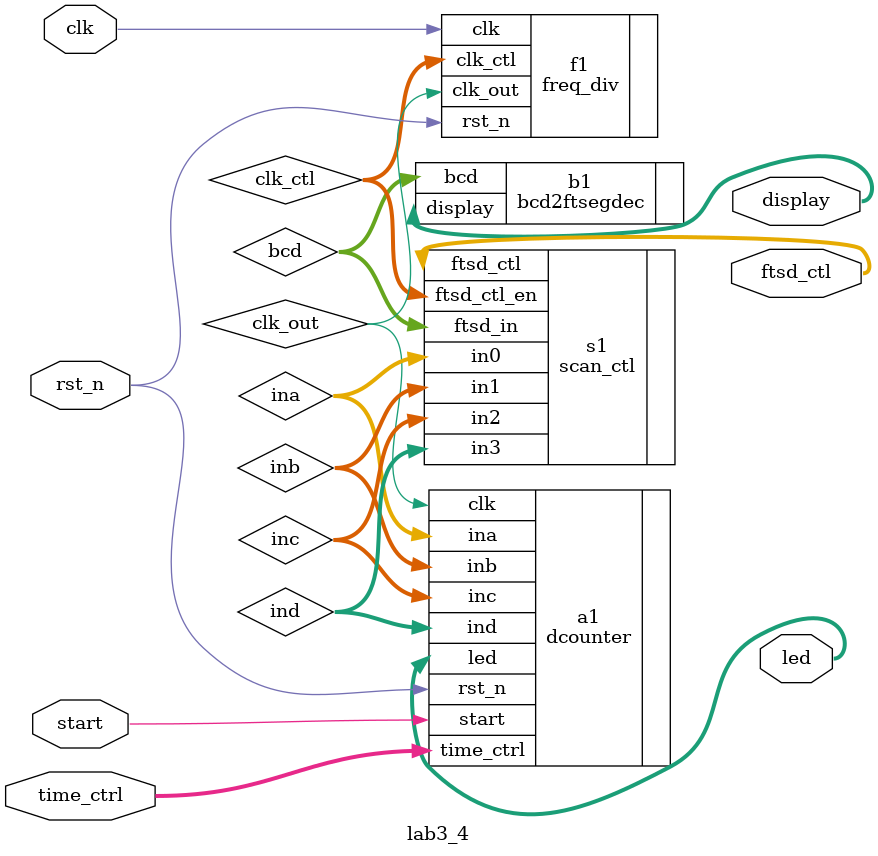
<source format=v>
`timescale 1ns / 1ps
module lab3_4(
	input clk,
	input rst_n,start,
	input [1:0]time_ctrl,
	output [3:0] ftsd_ctl,
	output [14:0] display,
	output [15:0]led
    );
	 
	 wire [3:0] bcd;
	wire [1:0] clk_ctl;
	wire [3:0] ina,inb,inc,ind;
	wire clk_out;
		
	
freq_div f1(
	.clk_ctl(clk_ctl), // divided clock output
	.clk(clk), // global clock input
	.rst_n(rst_n), // active low reset
	.clk_out(clk_out)
	);

bcd2ftsegdec b1( 
	.display(display), // 14-segment display output
	.bcd(bcd) // BCD input
	);

scan_ctl s1(
	.ftsd_ctl(ftsd_ctl), // ftsd display control signal 
	.ftsd_in(bcd), // output to ftsd display
	.in0(ina), // 1st input
	.in1(inb), // 2nd input
	.in2(inc), // 3rd input
	.in3(ind), // 4th input
	.ftsd_ctl_en(clk_ctl) // divided clock for scan control
	);
	
dcounter a1(
	.time_ctrl(time_ctrl),
	.clk(clk_out),
	.rst_n(rst_n),
	.led(led),
	.start(start),
	.ina(ina),
	.inb(inb),
	.inc(inc),
	.ind(ind)
	);


endmodule

</source>
